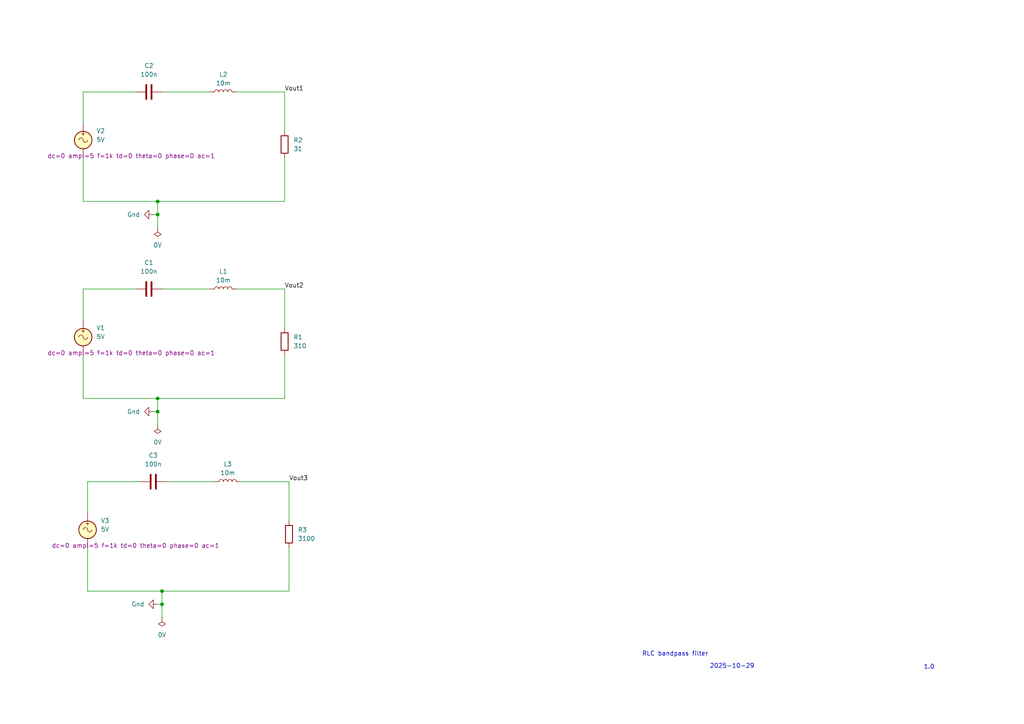
<source format=kicad_sch>
(kicad_sch (version 20250114) (generator "eeschema") (generator_version "9.0")
  (paper "A4")
  (lib_symbols
    (symbol "Device:C" (pin_numbers (hide yes)) (pin_names (offset 0.254))
      (property "Reference" "C" (at 0.635 2.54 0))
      (property "Value" "C" (at 0.635 -2.54 0))
      (symbol "C_0_1"
        (polyline (pts (xy -2.032 0.762) (xy 2.032 0.762)) (stroke (width 0.508)))
        (polyline (pts (xy -2.032 -0.762) (xy 2.032 -0.762)) (stroke (width 0.508)))
      )
      (symbol "C_1_1"
        (pin passive line (at 0 3.81 270) (length 2.794) (name "~") (number "1"))
        (pin passive line (at 0 -3.81 90) (length 2.794) (name "~") (number "2"))
      )
    )
    (symbol "Device:L" (pin_numbers (hide yes)) (pin_names (offset 1.016) (hide yes))
      (property "Reference" "L" (at -1.27 0 90))
      (property "Value" "L" (at 1.905 0 90))
      (symbol "L_0_1"
        (arc (start 0 2.54) (mid 0.6323 1.905) (end 0 1.27))
        (arc (start 0 1.27) (mid 0.6323 0.635) (end 0 0))
        (arc (start 0 0) (mid 0.6323 -0.635) (end 0 -1.27))
        (arc (start 0 -1.27) (mid 0.6323 -1.905) (end 0 -2.54))
      )
      (symbol "L_1_1"
        (pin passive line (at 0 3.81 270) (length 1.27) (name "1") (number "1"))
        (pin passive line (at 0 -3.81 90) (length 1.27) (name "2") (number "2"))
      )
    )
    (symbol "Device:R" (pin_numbers (hide yes)) (pin_names (offset 0))
      (property "Reference" "R" (at 2.032 0 90))
      (property "Value" "R" (at 0 0 90))
      (symbol "R_0_1"
        (rectangle (start -1.016 -2.54) (end 1.016 2.54) (stroke (width 0.254)))
      )
      (symbol "R_1_1"
        (pin passive line (at 0 3.81 270) (length 1.27) (name "~") (number "1"))
        (pin passive line (at 0 -3.81 90) (length 1.27) (name "~") (number "2"))
      )
    )
    (symbol "Simulation_SPICE:VSIN" (pin_numbers (hide yes)) (pin_names (offset 0.0254))
      (property "Reference" "V" (at 2.54 2.54 0))
      (property "Value" "VSIN" (at 2.54 0 0))
      (property "Sim.Params" "dc=0 ampl=1 f=1k ac=1" (at 2.54 -2.54 0))
      (symbol "VSIN_0_0"
        (arc (start -1.27 0) (mid -0.635 0.6323) (end 0 0))
        (arc (start 1.27 0) (mid 0.635 -0.6323) (end 0 0))
        (text "+" (at 0 1.905 0) (effects (font (size 1.27 1.27))))
      )
      (symbol "VSIN_0_1"
        (circle (center 0 0) (radius 2.54) (stroke (width 0.254)) (fill (type background)))
      )
      (symbol "VSIN_1_1"
        (pin passive line (at 0 5.08 270) (length 2.54) (name "~") (number "1"))
        (pin passive line (at 0 -5.08 90) (length 2.54) (name "~") (number "2"))
      )
    )
    (symbol "power:GND" (power) (pin_numbers (hide yes)) (pin_names (offset 0) (hide yes))
      (property "Value" "GND" (at 0 -3.81 0))
      (symbol "GND_0_1"
        (polyline (pts (xy 0 0) (xy 0 -1.27) (xy 1.27 -1.27) (xy 0 -2.54) (xy -1.27 -1.27) (xy 0 -1.27)))
      )
      (symbol "GND_1_1"
        (pin power_in line (at 0 0 270) (length 0) (name "~") (number "1"))
      )
    )
    (symbol "power:PWR_FLAG" (power) (pin_numbers (hide yes)) (pin_names (offset 0) (hide yes))
      (property "Value" "PWR_FLAG" (at 0 3.81 0))
      (symbol "PWR_FLAG_0_0"
        (pin power_out line (at 0 0 90) (length 0) (name "~") (number "1"))
      )
      (symbol "PWR_FLAG_0_1"
        (polyline (pts (xy 0 0) (xy 0 1.27) (xy -1.016 1.905) (xy 0 2.54) (xy 1.016 1.905) (xy 0 1.27)))
      )
    )
  )
  (text "RLC bandpass filter" (at 195.834 189.738 0) (effects (font (size 1.27 1.27))))
  (text "2025-10-29" (at 212.344 193.294 0) (effects (font (size 1.27 1.27))))
  (text "1.0" (at 269.494 193.548 0) (effects (font (size 1.27 1.27))))
  (junction (at 45.72 58.42))
  (junction (at 45.72 119.38))
  (junction (at 46.99 175.26))
  (junction (at 46.99 171.45))
  (junction (at 45.72 115.57))
  (junction (at 45.72 62.23))
  (wire (pts (xy 46.99 26.67) (xy 60.96 26.67)))
  (wire (pts (xy 25.4 139.7) (xy 40.64 139.7)))
  (wire (pts (xy 46.99 175.26) (xy 46.99 179.07)))
  (wire (pts (xy 25.4 148.59) (xy 25.4 139.7)))
  (wire (pts (xy 25.4 158.75) (xy 25.4 171.45)))
  (wire (pts (xy 45.72 175.26) (xy 46.99 175.26)))
  (wire (pts (xy 24.13 45.72) (xy 24.13 58.42)))
  (wire (pts (xy 83.82 139.7) (xy 83.82 151.13)))
  (wire (pts (xy 46.99 171.45) (xy 83.82 171.45)))
  (wire (pts (xy 44.45 119.38) (xy 45.72 119.38)))
  (wire (pts (xy 45.72 58.42) (xy 82.55 58.42)))
  (wire (pts (xy 82.55 102.87) (xy 82.55 115.57)))
  (wire (pts (xy 44.45 62.23) (xy 45.72 62.23)))
  (wire (pts (xy 68.58 83.82) (xy 82.55 83.82)))
  (wire (pts (xy 69.85 139.7) (xy 83.82 139.7)))
  (wire (pts (xy 24.13 115.57) (xy 45.72 115.57)))
  (wire (pts (xy 45.72 58.42) (xy 45.72 62.23)))
  (wire (pts (xy 25.4 171.45) (xy 46.99 171.45)))
  (wire (pts (xy 82.55 26.67) (xy 82.55 38.1)))
  (wire (pts (xy 45.72 62.23) (xy 45.72 66.04)))
  (wire (pts (xy 48.26 139.7) (xy 62.23 139.7)))
  (wire (pts (xy 46.99 171.45) (xy 46.99 175.26)))
  (wire (pts (xy 45.72 115.57) (xy 82.55 115.57)))
  (wire (pts (xy 82.55 83.82) (xy 82.55 95.25)))
  (wire (pts (xy 24.13 83.82) (xy 39.37 83.82)))
  (wire (pts (xy 24.13 92.71) (xy 24.13 83.82)))
  (wire (pts (xy 83.82 158.75) (xy 83.82 171.45)))
  (wire (pts (xy 45.72 119.38) (xy 45.72 123.19)))
  (wire (pts (xy 24.13 58.42) (xy 45.72 58.42)))
  (wire (pts (xy 24.13 26.67) (xy 39.37 26.67)))
  (wire (pts (xy 24.13 102.87) (xy 24.13 115.57)))
  (wire (pts (xy 24.13 35.56) (xy 24.13 26.67)))
  (wire (pts (xy 82.55 45.72) (xy 82.55 58.42)))
  (wire (pts (xy 45.72 115.57) (xy 45.72 119.38)))
  (wire (pts (xy 46.99 83.82) (xy 60.96 83.82)))
  (wire (pts (xy 68.58 26.67) (xy 82.55 26.67)))
  (label "Vout2" (at 82.55 83.82 0))
  (label "Vout1" (at 82.55 26.67 0))
  (label "Vout3" (at 83.82 139.7 0))
  (symbol (lib_id "power:GND") (at 44.45 62.23 270) (unit 1)
    (property "Reference" "#PWR02" (effects (hide yes)))
    (property "Value" "Gnd" (at 40.64 62.2299 90) (effects (justify right)))
    (property "Description" "Power symbol creates a global label with name \"GND\" , ground" (effects (hide yes)))
  )
  (symbol (lib_id "power:GND") (at 45.72 175.26 270) (unit 1)
    (property "Reference" "#PWR03" (effects (hide yes)))
    (property "Value" "Gnd" (at 41.91 175.2599 90) (effects (justify right)))
    (property "Description" "Power symbol creates a global label with name \"GND\" , ground" (effects (hide yes)))
  )
  (symbol (lib_id "Device:C") (at 43.18 83.82 90) (unit 1)
    (property "Reference" "C1" (at 43.18 76.2 90))
    (property "Value" "100n" (at 43.18 78.74 90))
    (property "Description" "Unpolarized capacitor" (effects (hide yes)))
  )
  (symbol (lib_id "Device:L") (at 64.77 26.67 90) (unit 1)
    (property "Reference" "L2" (at 64.77 21.59 90))
    (property "Value" "10m" (at 64.77 24.13 90))
    (property "Description" "Inductor" (effects (hide yes)))
  )
  (symbol (lib_id "Device:R") (at 83.82 154.94 180) (unit 1)
    (property "Reference" "R3" (at 86.36 153.6699 0) (effects (justify right)))
    (property "Value" "3100" (at 86.36 156.2099 0) (effects (justify right)))
    (property "Description" "Resistor" (effects (hide yes)))
  )
  (symbol (lib_id "power:PWR_FLAG") (at 46.99 179.07 180) (unit 1)
    (property "Reference" "#FLG03" (effects (hide yes)))
    (property "Value" "0V" (at 46.99 184.15 0))
    (property "Description" "Special symbol for telling ERC where power comes from" (effects (hide yes)))
  )
  (symbol (lib_id "power:PWR_FLAG") (at 45.72 123.19 180) (unit 1)
    (property "Reference" "#FLG02" (effects (hide yes)))
    (property "Value" "0V" (at 45.72 128.27 0))
    (property "Description" "Special symbol for telling ERC where power comes from" (effects (hide yes)))
  )
  (symbol (lib_id "power:PWR_FLAG") (at 45.72 66.04 180) (unit 1)
    (property "Reference" "#FLG01" (effects (hide yes)))
    (property "Value" "0V" (at 45.72 71.12 0))
    (property "Description" "Special symbol for telling ERC where power comes from" (effects (hide yes)))
  )
  (symbol (lib_id "Simulation_SPICE:VSIN") (at 24.13 40.64 0) (unit 1)
    (property "Reference" "V2" (at 27.94 37.9701 0) (effects (justify left)))
    (property "Value" "5V" (at 27.94 40.5101 0) (effects (justify left)))
    (property "Datasheet" "https://ngspice.sourceforge.io/docs/ngspice-html-manual/manual.xhtml#sec_Independent_Sources_for" (effects (hide yes)))
    (property "Description" "Voltage source, sinusoidal" (effects (hide yes)))
    (property "Sim.Pins" "1=+ 2=-" (effects (hide yes)))
    (property "Sim.Params" "dc=0 ampl=5 f=1k td=0 theta=0 phase=0 ac=1" (at 13.716 45.212 0) (effects (justify left)))
    (property "Sim.Type" "SIN" (effects (hide yes)))
    (property "Sim.Device" "V" (effects (hide yes)))
  )
  (symbol (lib_id "Device:L") (at 64.77 83.82 90) (unit 1)
    (property "Reference" "L1" (at 64.77 78.74 90))
    (property "Value" "10m" (at 64.77 81.28 90))
    (property "Description" "Inductor" (effects (hide yes)))
  )
  (symbol (lib_id "power:GND") (at 44.45 119.38 270) (unit 1)
    (property "Reference" "#PWR01" (effects (hide yes)))
    (property "Value" "Gnd" (at 40.64 119.3799 90) (effects (justify right)))
    (property "Description" "Power symbol creates a global label with name \"GND\" , ground" (effects (hide yes)))
  )
  (symbol (lib_id "Device:C") (at 44.45 139.7 90) (unit 1)
    (property "Reference" "C3" (at 44.45 132.08 90))
    (property "Value" "100n" (at 44.45 134.62 90))
    (property "Description" "Unpolarized capacitor" (effects (hide yes)))
  )
  (symbol (lib_id "Simulation_SPICE:VSIN") (at 24.13 97.79 0) (unit 1)
    (property "Reference" "V1" (at 27.94 95.1201 0) (effects (justify left)))
    (property "Value" "5V" (at 27.94 97.6601 0) (effects (justify left)))
    (property "Datasheet" "https://ngspice.sourceforge.io/docs/ngspice-html-manual/manual.xhtml#sec_Independent_Sources_for" (effects (hide yes)))
    (property "Description" "Voltage source, sinusoidal" (effects (hide yes)))
    (property "Sim.Pins" "1=+ 2=-" (effects (hide yes)))
    (property "Sim.Params" "dc=0 ampl=5 f=1k td=0 theta=0 phase=0 ac=1" (at 13.716 102.362 0) (effects (justify left)))
    (property "Sim.Type" "SIN" (effects (hide yes)))
    (property "Sim.Device" "V" (effects (hide yes)))
  )
  (symbol (lib_id "Device:C") (at 43.18 26.67 90) (unit 1)
    (property "Reference" "C2" (at 43.18 19.05 90))
    (property "Value" "100n" (at 43.18 21.59 90))
    (property "Description" "Unpolarized capacitor" (effects (hide yes)))
  )
  (symbol (lib_id "Device:R") (at 82.55 99.06 180) (unit 1)
    (property "Reference" "R1" (at 85.09 97.7899 0) (effects (justify right)))
    (property "Value" "310" (at 85.09 100.3299 0) (effects (justify right)))
    (property "Description" "Resistor" (effects (hide yes)))
  )
  (symbol (lib_id "Device:R") (at 82.55 41.91 180) (unit 1)
    (property "Reference" "R2" (at 85.09 40.6399 0) (effects (justify right)))
    (property "Value" "31" (at 85.09 43.1799 0) (effects (justify right)))
    (property "Description" "Resistor" (effects (hide yes)))
  )
  (symbol (lib_id "Simulation_SPICE:VSIN") (at 25.4 153.67 0) (unit 1)
    (property "Reference" "V3" (at 29.21 151.0001 0) (effects (justify left)))
    (property "Value" "5V" (at 29.21 153.5401 0) (effects (justify left)))
    (property "Datasheet" "https://ngspice.sourceforge.io/docs/ngspice-html-manual/manual.xhtml#sec_Independent_Sources_for" (effects (hide yes)))
    (property "Description" "Voltage source, sinusoidal" (effects (hide yes)))
    (property "Sim.Pins" "1=+ 2=-" (effects (hide yes)))
    (property "Sim.Params" "dc=0 ampl=5 f=1k td=0 theta=0 phase=0 ac=1" (at 14.986 158.242 0) (effects (justify left)))
    (property "Sim.Type" "SIN" (effects (hide yes)))
    (property "Sim.Device" "V" (effects (hide yes)))
  )
  (symbol (lib_id "Device:L") (at 66.04 139.7 90) (unit 1)
    (property "Reference" "L3" (at 66.04 134.62 90))
    (property "Value" "10m" (at 66.04 137.16 90))
    (property "Description" "Inductor" (effects (hide yes)))
  )
)
</source>
